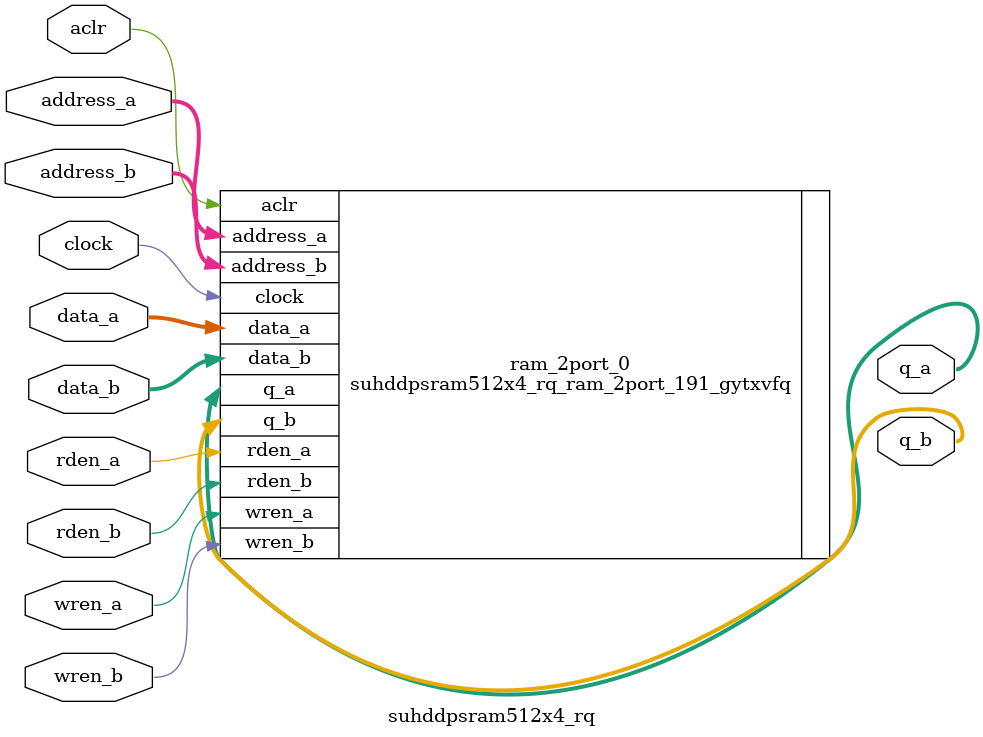
<source format=v>

`timescale 1 ps / 1 ps
module suhddpsram512x4_rq (
		input  wire [3:0] data_a,    //  ram_input.datain_a
		input  wire [3:0] data_b,    //           .datain_b
		input  wire [8:0] address_a, //           .address_a
		input  wire [8:0] address_b, //           .address_b
		input  wire       wren_a,    //           .wren_a
		input  wire       wren_b,    //           .wren_b
		input  wire       clock,     //           .clock
		input  wire       rden_a,    //           .rden_a
		input  wire       rden_b,    //           .rden_b
		input  wire       aclr,      //           .aclr
		output wire [3:0] q_a,       // ram_output.dataout_a
		output wire [3:0] q_b        //           .dataout_b
	);

	suhddpsram512x4_rq_ram_2port_191_gytxvfq ram_2port_0 (
		.data_a    (data_a),    //  ram_input.datain_a
		.data_b    (data_b),    //           .datain_b
		.address_a (address_a), //           .address_a
		.address_b (address_b), //           .address_b
		.wren_a    (wren_a),    //           .wren_a
		.wren_b    (wren_b),    //           .wren_b
		.clock     (clock),     //           .clock
		.rden_a    (rden_a),    //           .rden_a
		.rden_b    (rden_b),    //           .rden_b
		.aclr      (aclr),      //           .aclr
		.q_a       (q_a),       // ram_output.dataout_a
		.q_b       (q_b)        //           .dataout_b
	);

endmodule

</source>
